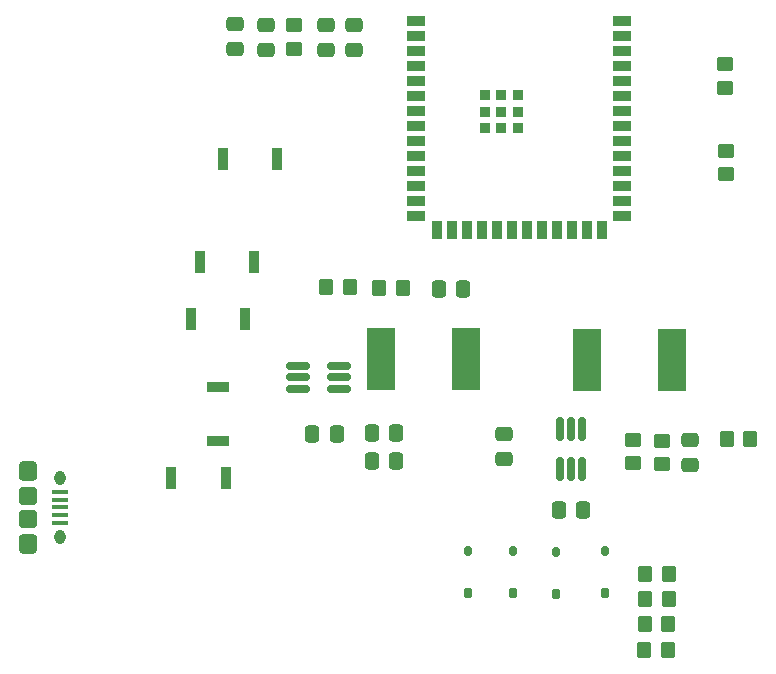
<source format=gbr>
G04 #@! TF.GenerationSoftware,KiCad,Pcbnew,8.0.8*
G04 #@! TF.CreationDate,2025-03-03T11:47:27-06:00*
G04 #@! TF.ProjectId,Group_29_Handheld,47726f75-705f-4323-995f-48616e646865,rev?*
G04 #@! TF.SameCoordinates,Original*
G04 #@! TF.FileFunction,Paste,Top*
G04 #@! TF.FilePolarity,Positive*
%FSLAX46Y46*%
G04 Gerber Fmt 4.6, Leading zero omitted, Abs format (unit mm)*
G04 Created by KiCad (PCBNEW 8.0.8) date 2025-03-03 11:47:27*
%MOMM*%
%LPD*%
G01*
G04 APERTURE LIST*
G04 Aperture macros list*
%AMRoundRect*
0 Rectangle with rounded corners*
0 $1 Rounding radius*
0 $2 $3 $4 $5 $6 $7 $8 $9 X,Y pos of 4 corners*
0 Add a 4 corners polygon primitive as box body*
4,1,4,$2,$3,$4,$5,$6,$7,$8,$9,$2,$3,0*
0 Add four circle primitives for the rounded corners*
1,1,$1+$1,$2,$3*
1,1,$1+$1,$4,$5*
1,1,$1+$1,$6,$7*
1,1,$1+$1,$8,$9*
0 Add four rect primitives between the rounded corners*
20,1,$1+$1,$2,$3,$4,$5,0*
20,1,$1+$1,$4,$5,$6,$7,0*
20,1,$1+$1,$6,$7,$8,$9,0*
20,1,$1+$1,$8,$9,$2,$3,0*%
G04 Aperture macros list end*
%ADD10RoundRect,0.162500X0.162500X-0.837500X0.162500X0.837500X-0.162500X0.837500X-0.162500X-0.837500X0*%
%ADD11RoundRect,0.162500X-0.837500X-0.162500X0.837500X-0.162500X0.837500X0.162500X-0.837500X0.162500X0*%
%ADD12RoundRect,0.250000X-0.450000X0.350000X-0.450000X-0.350000X0.450000X-0.350000X0.450000X0.350000X0*%
%ADD13RoundRect,0.175000X0.175000X-0.250000X0.175000X0.250000X-0.175000X0.250000X-0.175000X-0.250000X0*%
%ADD14RoundRect,0.150000X0.150000X-0.275000X0.150000X0.275000X-0.150000X0.275000X-0.150000X-0.275000X0*%
%ADD15RoundRect,0.250000X-0.350000X-0.450000X0.350000X-0.450000X0.350000X0.450000X-0.350000X0.450000X0*%
%ADD16RoundRect,0.250000X0.475000X-0.337500X0.475000X0.337500X-0.475000X0.337500X-0.475000X-0.337500X0*%
%ADD17RoundRect,0.250000X-0.337500X-0.475000X0.337500X-0.475000X0.337500X0.475000X-0.337500X0.475000X0*%
%ADD18R,2.413000X5.334000*%
%ADD19R,0.812800X1.905000*%
%ADD20RoundRect,0.250000X0.337500X0.475000X-0.337500X0.475000X-0.337500X-0.475000X0.337500X-0.475000X0*%
%ADD21RoundRect,0.250000X-0.475000X0.337500X-0.475000X-0.337500X0.475000X-0.337500X0.475000X0.337500X0*%
%ADD22O,1.550000X0.890000*%
%ADD23O,0.950000X1.250000*%
%ADD24RoundRect,0.100000X-0.575000X0.100000X-0.575000X-0.100000X0.575000X-0.100000X0.575000X0.100000X0*%
%ADD25RoundRect,0.250000X-0.525000X0.475000X-0.525000X-0.475000X0.525000X-0.475000X0.525000X0.475000X0*%
%ADD26RoundRect,0.250000X-0.525000X0.500000X-0.525000X-0.500000X0.525000X-0.500000X0.525000X0.500000X0*%
%ADD27R,1.905000X0.812800*%
%ADD28RoundRect,0.250000X0.350000X0.450000X-0.350000X0.450000X-0.350000X-0.450000X0.350000X-0.450000X0*%
%ADD29R,0.900000X0.900000*%
%ADD30R,1.500000X0.900000*%
%ADD31R,0.900000X1.500000*%
G04 APERTURE END LIST*
D10*
X144970501Y-68870999D03*
X145920501Y-68870999D03*
X146870501Y-68870999D03*
X146870501Y-65450999D03*
X145920501Y-65450999D03*
X144970501Y-65450999D03*
D11*
X122813500Y-60137000D03*
X122813500Y-61087000D03*
X122813500Y-62037000D03*
X126233500Y-62037000D03*
X126233500Y-61087000D03*
X126233500Y-60137000D03*
D12*
X122491500Y-31262500D03*
X122491500Y-33262500D03*
X159004000Y-41878500D03*
X159004000Y-43878500D03*
D13*
X140970000Y-79369000D03*
D14*
X140970000Y-75819000D03*
D15*
X152162000Y-79883000D03*
X154162000Y-79883000D03*
D12*
X158940500Y-34576000D03*
X158940500Y-36576000D03*
D15*
X125200000Y-53400000D03*
X127200000Y-53400000D03*
D16*
X125158500Y-33337500D03*
X125158500Y-31262500D03*
D17*
X129052500Y-68135500D03*
X131127500Y-68135500D03*
D18*
X129794000Y-59563000D03*
X137033000Y-59563000D03*
D16*
X120078500Y-33337500D03*
X120078500Y-31262500D03*
D13*
X148780500Y-79375000D03*
D14*
X148780500Y-75825000D03*
D17*
X129052500Y-65786000D03*
X131127500Y-65786000D03*
D15*
X152146000Y-81978500D03*
X154146000Y-81978500D03*
D19*
X114501300Y-51300000D03*
X119098700Y-51300000D03*
D20*
X146937500Y-72300000D03*
X144862500Y-72300000D03*
D12*
X151191001Y-66367499D03*
X151191001Y-68367499D03*
D19*
X116662200Y-69596000D03*
X112064800Y-69596000D03*
D13*
X144653000Y-79432500D03*
D14*
X144653000Y-75882500D03*
D21*
X156017001Y-66419499D03*
X156017001Y-68494499D03*
D16*
X140205501Y-67965999D03*
X140205501Y-65890999D03*
D18*
X154495500Y-59626500D03*
X147256500Y-59626500D03*
D19*
X116401300Y-42600000D03*
X120998700Y-42600000D03*
D15*
X129667000Y-53530500D03*
X131667000Y-53530500D03*
X152114500Y-84137500D03*
X154114500Y-84137500D03*
D16*
X117475000Y-33274000D03*
X117475000Y-31199000D03*
D19*
X113701300Y-56100000D03*
X118298700Y-56100000D03*
D22*
X99900000Y-68588500D03*
D23*
X102600000Y-69588500D03*
X102600000Y-74588500D03*
D22*
X99900000Y-75588500D03*
D24*
X102600000Y-70788500D03*
X102600000Y-71438500D03*
X102600000Y-72088500D03*
X102600000Y-72738500D03*
X102600000Y-73388500D03*
D25*
X99900000Y-69063500D03*
D26*
X99900000Y-71088500D03*
X99900000Y-73088500D03*
D25*
X99900000Y-75113500D03*
D15*
X152178000Y-77724000D03*
X154178000Y-77724000D03*
D17*
X124000000Y-65913000D03*
X126075000Y-65913000D03*
D16*
X127508000Y-33337500D03*
X127508000Y-31262500D03*
D27*
X116014500Y-61899800D03*
X116014500Y-66497200D03*
D28*
X161100000Y-66300000D03*
X159100000Y-66300000D03*
D29*
X138614500Y-37205000D03*
X138614500Y-38605000D03*
X138614500Y-40005000D03*
X140014500Y-37205000D03*
X140014500Y-38605000D03*
X140014500Y-40005000D03*
X141414500Y-37205000D03*
X141414500Y-38605000D03*
X141414500Y-40005000D03*
D30*
X132764500Y-30885000D03*
X132764500Y-32155000D03*
X132764500Y-33425000D03*
X132764500Y-34695000D03*
X132764500Y-35965000D03*
X132764500Y-37235000D03*
X132764500Y-38505000D03*
X132764500Y-39775000D03*
X132764500Y-41045000D03*
X132764500Y-42315000D03*
X132764500Y-43585000D03*
X132764500Y-44855000D03*
X132764500Y-46125000D03*
X132764500Y-47395000D03*
D31*
X134529500Y-48645000D03*
X135799500Y-48645000D03*
X137069500Y-48645000D03*
X138339500Y-48645000D03*
X139609500Y-48645000D03*
X140879500Y-48645000D03*
X142149500Y-48645000D03*
X143419500Y-48645000D03*
X144689500Y-48645000D03*
X145959500Y-48645000D03*
X147229500Y-48645000D03*
X148499500Y-48645000D03*
D30*
X150264500Y-47395000D03*
X150264500Y-46125000D03*
X150264500Y-44855000D03*
X150264500Y-43585000D03*
X150264500Y-42315000D03*
X150264500Y-41045000D03*
X150264500Y-39775000D03*
X150264500Y-38505000D03*
X150264500Y-37235000D03*
X150264500Y-35965000D03*
X150264500Y-34695000D03*
X150264500Y-33425000D03*
X150264500Y-32155000D03*
X150264500Y-30885000D03*
D12*
X153604001Y-66430999D03*
X153604001Y-68430999D03*
D13*
X137160000Y-79305500D03*
D14*
X137160000Y-75755500D03*
D17*
X134725000Y-53594000D03*
X136800000Y-53594000D03*
M02*

</source>
